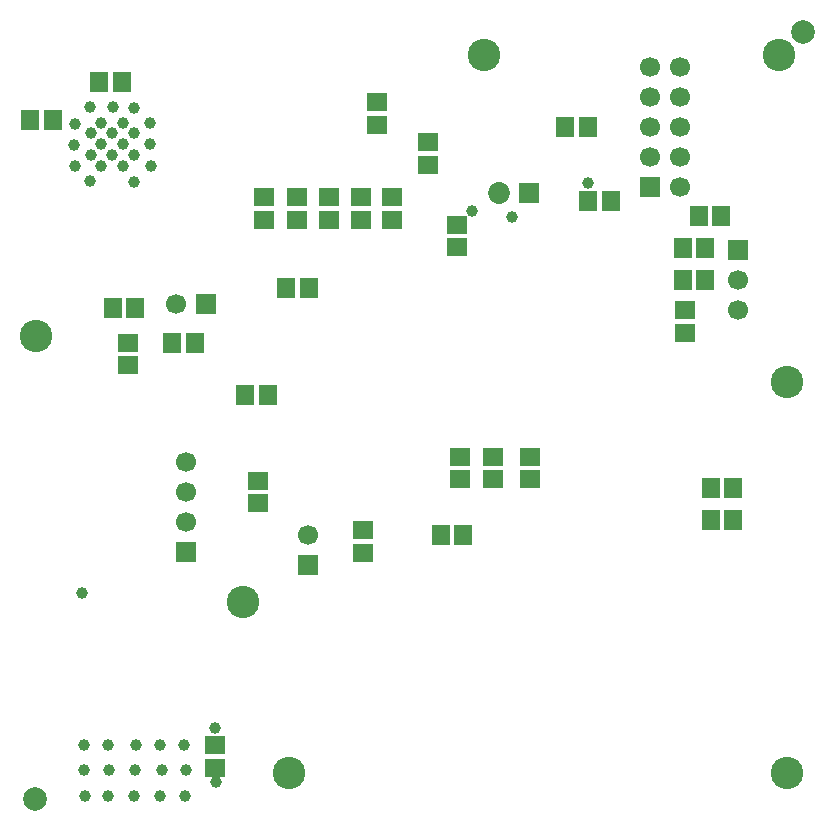
<source format=gts>
G04*
G04 #@! TF.GenerationSoftware,Altium Limited,Altium Designer,19.1.6 (110)*
G04*
G04 Layer_Color=8388736*
%FSLAX25Y25*%
%MOIN*%
G70*
G01*
G75*
%ADD15C,0.03937*%
%ADD16R,0.05906X0.06693*%
%ADD17R,0.06693X0.05906*%
%ADD18C,0.07874*%
%ADD19R,0.06693X0.06693*%
%ADD20C,0.06693*%
%ADD21R,0.06693X0.06693*%
%ADD22C,0.07287*%
%ADD23C,0.10827*%
D15*
X44685Y226604D02*
D03*
Y233829D02*
D03*
X41073Y222992D02*
D03*
Y230217D02*
D03*
Y237441D02*
D03*
X37461Y226604D02*
D03*
Y233829D02*
D03*
X33848Y222992D02*
D03*
Y230217D02*
D03*
Y237441D02*
D03*
X30236Y226604D02*
D03*
Y233829D02*
D03*
X24902Y237106D02*
D03*
X28051Y29823D02*
D03*
X28150Y21457D02*
D03*
X28346Y12894D02*
D03*
X61713D02*
D03*
X61909Y21457D02*
D03*
X61319Y29823D02*
D03*
X53543D02*
D03*
X54035Y21457D02*
D03*
X53445Y12894D02*
D03*
X44783D02*
D03*
X45000Y21457D02*
D03*
X45472Y29823D02*
D03*
X36122D02*
D03*
X36319Y21457D02*
D03*
X36024Y12894D02*
D03*
X71752Y35630D02*
D03*
X195965Y217126D02*
D03*
X170669Y206004D02*
D03*
X157382Y207874D02*
D03*
X30217Y217815D02*
D03*
X25098Y222835D02*
D03*
X24803Y230020D02*
D03*
X30217Y242618D02*
D03*
X37598D02*
D03*
X44783Y242421D02*
D03*
X49902Y237205D02*
D03*
X50197Y230217D02*
D03*
X50295Y223031D02*
D03*
X44783Y217520D02*
D03*
X27468Y80769D02*
D03*
X71973Y17768D02*
D03*
D16*
X240551Y206299D02*
D03*
X233071D02*
D03*
X237008Y104921D02*
D03*
X244488D02*
D03*
X40650Y251083D02*
D03*
X33169D02*
D03*
X244488Y115551D02*
D03*
X237008D02*
D03*
X235209Y195468D02*
D03*
X227728D02*
D03*
X235138Y184843D02*
D03*
X227658D02*
D03*
X57528Y164068D02*
D03*
X65009D02*
D03*
X10138Y238287D02*
D03*
X17618D02*
D03*
X37598Y175689D02*
D03*
X45079D02*
D03*
X89272Y146555D02*
D03*
X81791D02*
D03*
X154429Y100098D02*
D03*
X146949D02*
D03*
X195909Y235869D02*
D03*
X188428D02*
D03*
X95428Y182369D02*
D03*
X102909D02*
D03*
X203609Y211418D02*
D03*
X196128D02*
D03*
D17*
X164469Y126009D02*
D03*
Y118528D02*
D03*
X176870Y125984D02*
D03*
Y118504D02*
D03*
X42717Y164075D02*
D03*
Y156595D02*
D03*
X85969Y110628D02*
D03*
Y118109D02*
D03*
X228248Y167323D02*
D03*
Y174803D02*
D03*
X152461Y203346D02*
D03*
Y195866D02*
D03*
X121161Y101476D02*
D03*
Y93996D02*
D03*
X99068Y212508D02*
D03*
Y205028D02*
D03*
X87968Y212508D02*
D03*
Y205028D02*
D03*
X130668Y212508D02*
D03*
Y205028D02*
D03*
X120268Y212508D02*
D03*
Y205028D02*
D03*
X109869Y212508D02*
D03*
Y205028D02*
D03*
X125568Y244209D02*
D03*
Y236728D02*
D03*
X142569Y230809D02*
D03*
Y223328D02*
D03*
X71768Y22428D02*
D03*
Y29909D02*
D03*
X153543Y125984D02*
D03*
Y118504D02*
D03*
D18*
X267717Y267717D02*
D03*
X11811Y11811D02*
D03*
D19*
X102854Y89803D02*
D03*
X216673Y216024D02*
D03*
X62077Y94314D02*
D03*
X245965Y195039D02*
D03*
D20*
X102854Y99803D02*
D03*
X226673Y256024D02*
D03*
X216673D02*
D03*
X226673Y246024D02*
D03*
X216673D02*
D03*
X226673Y236024D02*
D03*
X216673D02*
D03*
X226673Y226024D02*
D03*
X216673D02*
D03*
X226673Y216024D02*
D03*
X62077Y104314D02*
D03*
Y114314D02*
D03*
Y124314D02*
D03*
X245965Y185039D02*
D03*
Y175039D02*
D03*
X58701Y176870D02*
D03*
D21*
X176339Y213779D02*
D03*
X68701Y176870D02*
D03*
D22*
X166339Y213779D02*
D03*
D23*
X12106Y166339D02*
D03*
X96457Y20669D02*
D03*
X262500Y150886D02*
D03*
X161417Y259842D02*
D03*
X81201Y77559D02*
D03*
X262500Y20669D02*
D03*
X259842Y259842D02*
D03*
M02*

</source>
